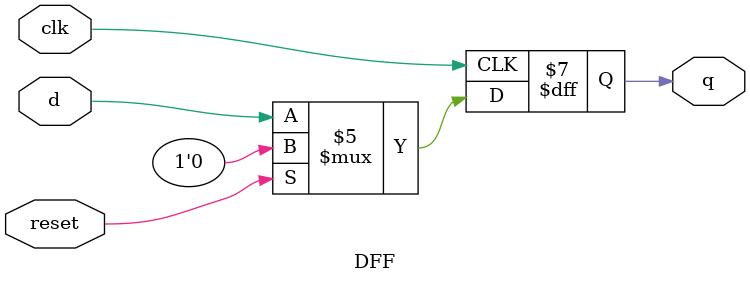
<source format=v>
`timescale 1ns / 1ns


module DFF(
    output reg q = 0,
    input reset,
    input d,
    input clk
    );
always @(posedge clk)
begin
if (reset==0)
    q = d;
else
    q = 0;
end

endmodule

</source>
